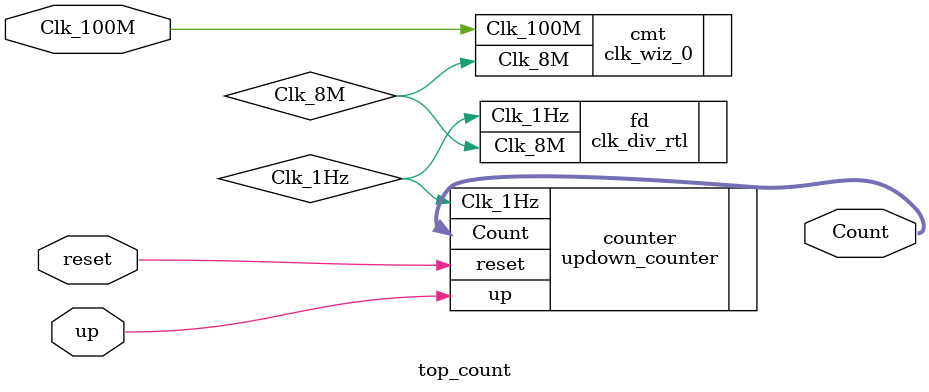
<source format=v>
`timescale 1ns / 1ps


module top_count (
    input Clk_100M,
    input reset,
    input up,
    output [6:0] Count
);

  wire Clk_8M, Clk_1Hz;

  // CMT INSTANTIATION
  clk_wiz_0 cmt (
      // Clock out ports
      .Clk_8M  (Clk_8M),   // output Clk_8M
      // Clock in ports
      .Clk_100M(Clk_100M)
  );  // input Clk_100M

  // FREQ DIVISION INSTANTIATION
  clk_div_rtl fd (
      .Clk_8M (Clk_8M),
      .Clk_1Hz(Clk_1Hz)
  );

  // COUNTER INSTANTIATION
  updown_counter counter(
      .Clk_1Hz(Clk_1Hz), .reset(reset), .up(up), .Count(Count)
  );

endmodule

</source>
